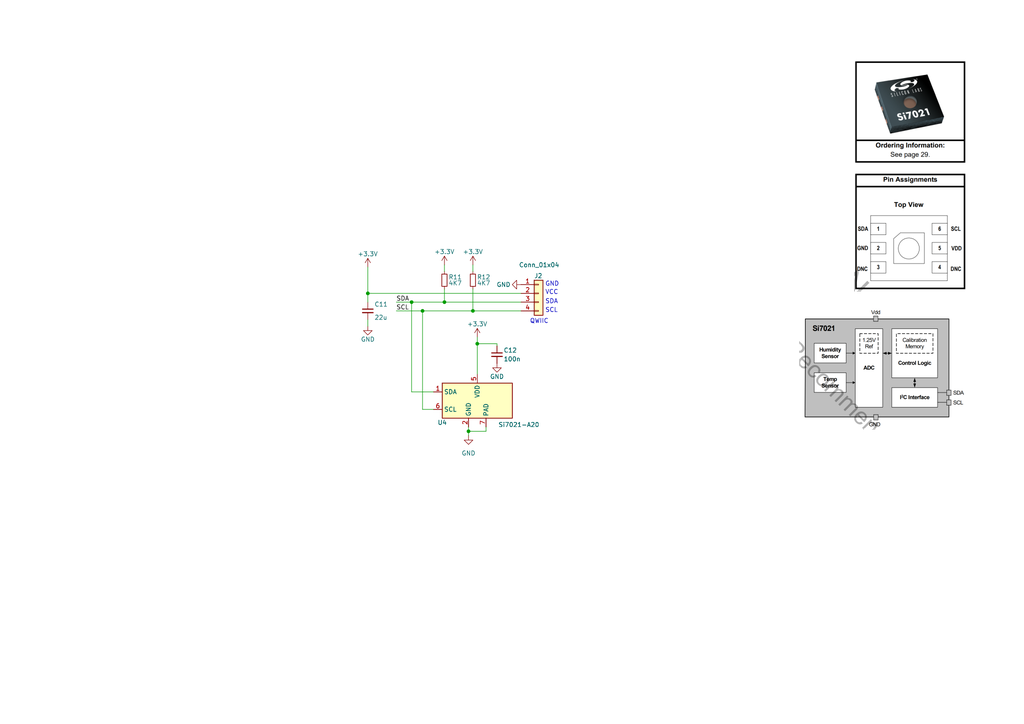
<source format=kicad_sch>
(kicad_sch (version 20250114) (generator "eeschema") (generator_version "9.0")
  (paper "A4")
  (lib_symbols
    (symbol "Connector_Generic:Conn_01x04" (pin_names (offset 1.016) (hide yes))
      (property "Reference" "J" (at 0 5.08 0))
      (property "Value" "Conn_01x04" (at 0 -7.62 0))
      (symbol "Conn_01x04_1_1"
        (rectangle (start -1.27 3.81) (end 1.27 -6.35) (stroke (width 0.254)) (fill (type background)))
        (rectangle (start -1.27 2.667) (end 0 2.413) (stroke (width 0.1524)))
        (rectangle (start -1.27 0.127) (end 0 -0.127) (stroke (width 0.1524)))
        (rectangle (start -1.27 -2.413) (end 0 -2.667) (stroke (width 0.1524)))
        (rectangle (start -1.27 -4.953) (end 0 -5.207) (stroke (width 0.1524)))
        (pin passive line (at -5.08 2.54 0) (length 3.81) (name "Pin_1") (number "1"))
        (pin passive line (at -5.08 0 0) (length 3.81) (name "Pin_2") (number "2"))
        (pin passive line (at -5.08 -2.54 0) (length 3.81) (name "Pin_3") (number "3"))
        (pin passive line (at -5.08 -5.08 0) (length 3.81) (name "Pin_4") (number "4"))
      )
    )
    (symbol "Device:C_Small" (pin_numbers (hide yes)) (pin_names (offset 0.254) (hide yes))
      (property "Reference" "C" (at 0.254 1.778 0))
      (property "Value" "C_Small" (at 0.254 -2.032 0))
      (symbol "C_Small_0_1"
        (polyline (pts (xy -1.524 0.508) (xy 1.524 0.508)) (stroke (width 0.3048)))
        (polyline (pts (xy -1.524 -0.508) (xy 1.524 -0.508)) (stroke (width 0.3302)))
      )
      (symbol "C_Small_1_1"
        (pin passive line (at 0 2.54 270) (length 2.032) (name "~") (number "1"))
        (pin passive line (at 0 -2.54 90) (length 2.032) (name "~") (number "2"))
      )
    )
    (symbol "Device:R_Small" (pin_numbers (hide yes)) (pin_names (offset 0.254) (hide yes))
      (property "Reference" "R" (at 0.762 0.508 0))
      (property "Value" "R_Small" (at 0.762 -1.016 0))
      (symbol "R_Small_0_1"
        (rectangle (start -0.762 1.778) (end 0.762 -1.778) (stroke (width 0.2032)))
      )
      (symbol "R_Small_1_1"
        (pin passive line (at 0 2.54 270) (length 0.762) (name "~") (number "1"))
        (pin passive line (at 0 -2.54 90) (length 0.762) (name "~") (number "2"))
      )
    )
    (symbol "Sensor_Humidity:Si7021-A20"
      (property "Reference" "U" (at -5.08 7.62 0))
      (property "Value" "Si7021-A20" (at -10.16 10.16 0))
      (symbol "Si7021-A20_0_1"
        (rectangle (start -10.16 5.08) (end 10.16 -5.08) (stroke (width 0.254)) (fill (type background)))
      )
      (symbol "Si7021-A20_1_1"
        (pin bidirectional line (at -12.7 2.54 0) (length 2.54) (name "SDA") (number "1"))
        (pin input line (at -12.7 -2.54 0) (length 2.54) (name "SCL") (number "6"))
        (pin power_in line (at -2.54 -7.62 90) (length 2.54) (name "GND") (number "2"))
        (pin power_in line (at 0 7.62 270) (length 2.54) (name "VDD") (number "5"))
        (pin passive line (at 2.54 -7.62 90) (length 2.54) (name "PAD") (number "7"))
        (pin no_connect line (at 10.16 2.54 180) (length 2.54) (hide yes) (name "NC") (number "3"))
        (pin no_connect line (at 10.16 -2.54 180) (length 2.54) (hide yes) (name "NC") (number "4"))
      )
    )
    (symbol "power:+3.3V" (power) (pin_names (offset 0))
      (property "Value" "+3.3V" (at 0 3.556 0))
      (symbol "+3.3V_0_1"
        (polyline (pts (xy -0.762 1.27) (xy 0 2.54)))
        (polyline (pts (xy 0 2.54) (xy 0.762 1.27)))
        (polyline (pts (xy 0 0) (xy 0 2.54)))
      )
      (symbol "+3.3V_1_1"
        (pin power_in line (at 0 0 90) (length 0) (hide yes) (name "+3.3V") (number "1"))
      )
    )
    (symbol "power:GND" (power) (pin_names (offset 0))
      (property "Value" "GND" (at 0 -3.81 0))
      (symbol "GND_0_1"
        (polyline (pts (xy 0 0) (xy 0 -1.27) (xy 1.27 -1.27) (xy 0 -2.54) (xy -1.27 -1.27) (xy 0 -1.27)))
      )
      (symbol "GND_1_1"
        (pin power_in line (at 0 0 270) (length 0) (hide yes) (name "GND") (number "1"))
      )
    )
  )
  (text "QWIIC\n" (at 153.67 93.98 0) (effects (font (size 1.27 1.27)) (justify left bottom)))
  (text "SCL\n" (at 158.115 90.805 0) (effects (font (size 1.27 1.27)) (justify left bottom)))
  (text "GND\n" (at 158.115 83.185 0) (effects (font (size 1.27 1.27)) (justify left bottom)))
  (text "SDA\n" (at 158.115 88.265 0) (effects (font (size 1.27 1.27)) (justify left bottom)))
  (text "VCC\n\n" (at 158.115 87.63 0) (effects (font (size 1.27 1.27)) (justify left bottom)))
  (junction (at 137.16 90.17))
  (junction (at 138.43 99.695))
  (junction (at 106.68 85.09))
  (junction (at 122.555 90.17))
  (junction (at 135.89 125.095))
  (junction (at 128.905 87.63))
  (junction (at 119.38 87.63))
  (wire (pts (xy 106.68 85.09) (xy 106.68 87.63)))
  (wire (pts (xy 138.43 99.695) (xy 138.43 108.585)))
  (wire (pts (xy 122.555 90.17) (xy 137.16 90.17)))
  (wire (pts (xy 137.16 90.17) (xy 151.13 90.17)))
  (wire (pts (xy 106.68 94.615) (xy 106.68 92.71)))
  (wire (pts (xy 106.68 77.47) (xy 106.68 85.09)))
  (wire (pts (xy 128.905 83.82) (xy 128.905 87.63)))
  (wire (pts (xy 140.97 125.095) (xy 135.89 125.095)))
  (wire (pts (xy 114.935 90.17) (xy 122.555 90.17)))
  (wire (pts (xy 119.38 113.665) (xy 125.73 113.665)))
  (wire (pts (xy 125.73 118.745) (xy 122.555 118.745)))
  (wire (pts (xy 137.16 83.82) (xy 137.16 90.17)))
  (wire (pts (xy 106.68 85.09) (xy 151.13 85.09)))
  (wire (pts (xy 114.935 87.63) (xy 119.38 87.63)))
  (wire (pts (xy 128.905 87.63) (xy 151.13 87.63)))
  (wire (pts (xy 135.89 125.095) (xy 135.89 126.365)))
  (wire (pts (xy 138.43 97.79) (xy 138.43 99.695)))
  (wire (pts (xy 122.555 118.745) (xy 122.555 90.17)))
  (wire (pts (xy 119.38 87.63) (xy 128.905 87.63)))
  (wire (pts (xy 135.89 123.825) (xy 135.89 125.095)))
  (wire (pts (xy 140.97 123.825) (xy 140.97 125.095)))
  (wire (pts (xy 138.43 99.695) (xy 144.145 99.695)))
  (wire (pts (xy 144.145 100.33) (xy 144.145 99.695)))
  (wire (pts (xy 137.16 76.835) (xy 137.16 78.74)))
  (wire (pts (xy 128.905 76.835) (xy 128.905 78.74)))
  (wire (pts (xy 119.38 87.63) (xy 119.38 113.665)))
  (image (at 264.16 50.8) (scale 0.276))
  (image (at 256.54 106.68) (scale 0.206809))
  (label "SDA" (at 114.935 87.63 0))
  (label "SCL" (at 114.935 90.17 0))
  (symbol (lib_id "Sensor_Humidity:Si7021-A20") (at 138.43 116.205 0) (unit 1)
    (property "Reference" "U4" (at 128.27 122.555 0))
    (property "Value" "Si7021-A20" (at 150.495 123.19 0))
    (property "Footprint" "Package_DFN_QFN:DFN-6-1EP_3x3mm_P1mm_EP1.5x2.4mm" (effects (hide yes)))
    (property "Datasheet" "https://www.silabs.com/documents/public/data-sheets/Si7021-A20.pdf" (effects (hide yes)))
  )
  (symbol (lib_id "power:GND") (at 144.145 105.41 0) (unit 1)
    (property "Reference" "#PWR037" (effects (hide yes)))
    (property "Value" "GND" (at 144.145 109.22 0))
  )
  (symbol (lib_id "power:+3.3V") (at 137.16 76.835 0) (unit 1)
    (property "Reference" "#PWR035" (effects (hide yes)))
    (property "Value" "+3.3V" (at 137.16 73.025 0))
  )
  (symbol (lib_id "Device:C_Small") (at 106.68 90.17 0) (unit 1)
    (property "Reference" "C11" (at 108.585 88.265 0) (effects (justify left)))
    (property "Value" "22u" (at 108.585 92.075 0) (effects (justify left)))
  )
  (symbol (lib_id "power:+3.3V") (at 106.68 77.47 0) (unit 1)
    (property "Reference" "#PWR031" (effects (hide yes)))
    (property "Value" "+3.3V" (at 106.68 73.66 0))
  )
  (symbol (lib_id "Connector_Generic:Conn_01x04") (at 156.21 85.09 0) (unit 1)
    (property "Reference" "J2" (at 154.94 80.01 0) (effects (justify left)))
    (property "Value" "Conn_01x04" (at 150.495 76.835 0) (effects (justify left)))
  )
  (symbol (lib_id "power:+3.3V") (at 138.43 97.79 0) (unit 1)
    (property "Reference" "#PWR036" (effects (hide yes)))
    (property "Value" "+3.3V" (at 138.43 93.98 0))
  )
  (symbol (lib_id "power:+3.3V") (at 128.905 76.835 0) (unit 1)
    (property "Reference" "#PWR033" (effects (hide yes)))
    (property "Value" "+3.3V" (at 128.905 73.025 0))
  )
  (symbol (lib_id "power:GND") (at 135.89 126.365 0) (unit 1)
    (property "Reference" "#PWR034" (effects (hide yes)))
    (property "Value" "GND" (at 135.89 131.445 0))
  )
  (symbol (lib_id "Device:R_Small") (at 128.905 81.28 0) (unit 1)
    (property "Reference" "R11" (at 130.0734 80.3656 0) (effects (justify left)))
    (property "Value" "4K7" (at 130.0734 82.1182 0) (effects (justify left)))
  )
  (symbol (lib_id "Device:R_Small") (at 137.16 81.28 0) (unit 1)
    (property "Reference" "R12" (at 138.3284 80.3656 0) (effects (justify left)))
    (property "Value" "4K7" (at 138.3284 82.1182 0) (effects (justify left)))
  )
  (symbol (lib_id "power:GND") (at 151.13 82.55 270) (unit 1)
    (property "Reference" "#PWR038" (effects (hide yes)))
    (property "Value" "GND" (at 146.05 82.55 90))
  )
  (symbol (lib_id "Device:C_Small") (at 144.145 102.87 0) (unit 1)
    (property "Reference" "C12" (at 146.05 101.6 0) (effects (justify left)))
    (property "Value" "100n" (at 146.05 104.14 0) (effects (justify left)))
  )
  (symbol (lib_id "power:GND") (at 106.68 94.615 0) (unit 1)
    (property "Reference" "#PWR032" (effects (hide yes)))
    (property "Value" "GND" (at 106.68 98.425 0))
  )
)
</source>
